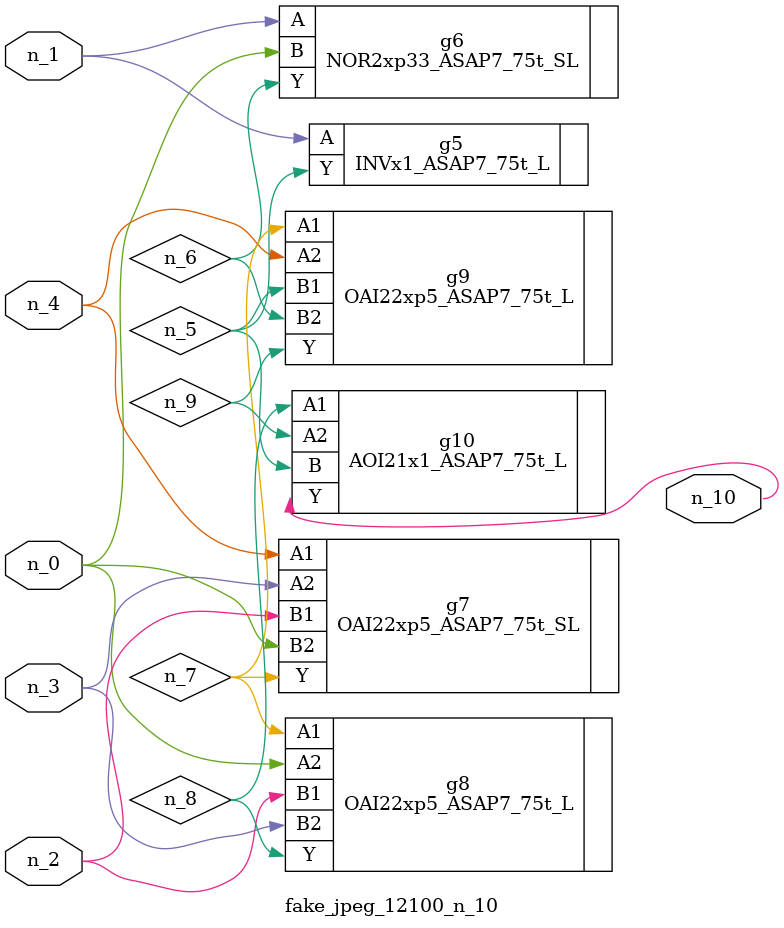
<source format=v>
module fake_jpeg_12100_n_10 (n_3, n_2, n_1, n_0, n_4, n_10);

input n_3;
input n_2;
input n_1;
input n_0;
input n_4;

output n_10;

wire n_8;
wire n_9;
wire n_6;
wire n_5;
wire n_7;

INVx1_ASAP7_75t_L g5 ( 
.A(n_1),
.Y(n_5)
);

NOR2xp33_ASAP7_75t_SL g6 ( 
.A(n_1),
.B(n_0),
.Y(n_6)
);

OAI22xp5_ASAP7_75t_SL g7 ( 
.A1(n_4),
.A2(n_3),
.B1(n_2),
.B2(n_0),
.Y(n_7)
);

OAI22xp5_ASAP7_75t_L g8 ( 
.A1(n_7),
.A2(n_0),
.B1(n_2),
.B2(n_3),
.Y(n_8)
);

AOI21x1_ASAP7_75t_L g10 ( 
.A1(n_8),
.A2(n_9),
.B(n_5),
.Y(n_10)
);

OAI22xp5_ASAP7_75t_L g9 ( 
.A1(n_7),
.A2(n_4),
.B1(n_5),
.B2(n_6),
.Y(n_9)
);


endmodule
</source>
